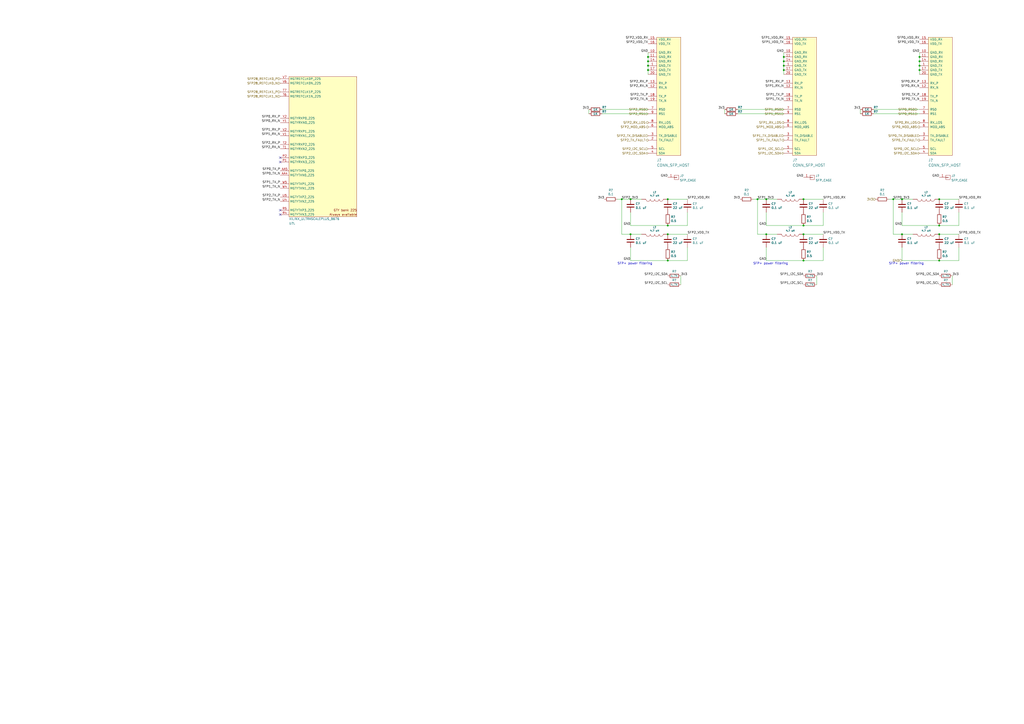
<source format=kicad_sch>
(kicad_sch (version 20211123) (generator eeschema)
  (paper "A2")
  (junction (at 523.24 115.57))
  (junction (at 454.66 35.56))
  (junction (at 466.09 135.89))
  (junction (at 466.09 115.57))
  (junction (at 444.5 135.89))
  (junction (at 375.92 40.64))
  (junction (at 454.66 38.1))
  (junction (at 523.24 135.89))
  (junction (at 454.66 33.02))
  (junction (at 387.35 130.81))
  (junction (at 454.66 40.64))
  (junction (at 466.09 151.13))
  (junction (at 387.35 115.57))
  (junction (at 365.76 115.57))
  (junction (at 544.83 151.13))
  (junction (at 544.83 135.89))
  (junction (at 444.5 115.57))
  (junction (at 533.4 35.56))
  (junction (at 439.42 115.57))
  (junction (at 518.16 115.57))
  (junction (at 533.4 33.02))
  (junction (at 375.92 35.56))
  (junction (at 387.35 135.89))
  (junction (at 387.35 151.13))
  (junction (at 360.68 115.57))
  (junction (at 544.83 115.57))
  (junction (at 375.92 38.1))
  (junction (at 533.4 40.64))
  (junction (at 533.4 38.1))
  (junction (at 544.83 130.81))
  (junction (at 375.92 33.02))
  (junction (at 466.09 130.81))
  (junction (at 365.76 135.89))
  (no_connect (at 162.56 93.98))
  (no_connect (at 162.56 124.46))
  (no_connect (at 162.56 91.44))
  (no_connect (at 162.56 121.92))
  (wire (pts (xy 523.24 151.13) (xy 523.24 143.51)))
  (wire (pts (xy 533.4 35.56) (xy 533.4 38.1)))
  (wire (pts (xy 444.5 151.13) (xy 444.5 143.51)))
  (wire (pts (xy 387.35 135.89) (xy 398.78 135.89)))
  (wire (pts (xy 556.26 123.19) (xy 556.26 130.81)))
  (wire (pts (xy 544.83 130.81) (xy 523.24 130.81)))
  (wire (pts (xy 506.73 63.5) (xy 533.4 63.5)))
  (wire (pts (xy 427.99 66.04) (xy 454.66 66.04)))
  (wire (pts (xy 533.4 33.02) (xy 533.4 35.56)))
  (wire (pts (xy 375.92 40.64) (xy 375.92 43.18)))
  (wire (pts (xy 533.4 38.1) (xy 533.4 40.64)))
  (wire (pts (xy 518.16 115.57) (xy 518.16 135.89)))
  (wire (pts (xy 375.92 38.1) (xy 375.92 40.64)))
  (wire (pts (xy 398.78 130.81) (xy 387.35 130.81)))
  (wire (pts (xy 544.83 115.57) (xy 556.26 115.57)))
  (wire (pts (xy 365.76 151.13) (xy 365.76 143.51)))
  (wire (pts (xy 533.4 40.64) (xy 533.4 43.18)))
  (wire (pts (xy 477.52 123.19) (xy 477.52 130.81)))
  (wire (pts (xy 544.83 135.89) (xy 556.26 135.89)))
  (wire (pts (xy 466.09 151.13) (xy 444.5 151.13)))
  (wire (pts (xy 466.09 130.81) (xy 444.5 130.81)))
  (wire (pts (xy 523.24 115.57) (xy 529.59 115.57)))
  (wire (pts (xy 552.45 160.02) (xy 552.45 165.1)))
  (wire (pts (xy 375.92 33.02) (xy 375.92 35.56)))
  (wire (pts (xy 439.42 115.57) (xy 444.5 115.57)))
  (wire (pts (xy 360.68 115.57) (xy 360.68 135.89)))
  (wire (pts (xy 394.97 160.02) (xy 394.97 165.1)))
  (wire (pts (xy 518.16 115.57) (xy 523.24 115.57)))
  (wire (pts (xy 506.73 66.04) (xy 533.4 66.04)))
  (wire (pts (xy 477.52 130.81) (xy 466.09 130.81)))
  (wire (pts (xy 398.78 123.19) (xy 398.78 130.81)))
  (wire (pts (xy 477.52 151.13) (xy 466.09 151.13)))
  (wire (pts (xy 466.09 115.57) (xy 477.52 115.57)))
  (wire (pts (xy 360.68 135.89) (xy 365.76 135.89)))
  (wire (pts (xy 387.35 115.57) (xy 398.78 115.57)))
  (wire (pts (xy 473.71 160.02) (xy 473.71 165.1)))
  (wire (pts (xy 398.78 151.13) (xy 387.35 151.13)))
  (wire (pts (xy 556.26 143.51) (xy 556.26 151.13)))
  (wire (pts (xy 420.37 63.5) (xy 420.37 66.04)))
  (wire (pts (xy 556.26 151.13) (xy 544.83 151.13)))
  (wire (pts (xy 375.92 35.56) (xy 375.92 38.1)))
  (wire (pts (xy 349.25 66.04) (xy 375.92 66.04)))
  (wire (pts (xy 439.42 135.89) (xy 444.5 135.89)))
  (wire (pts (xy 544.83 151.13) (xy 523.24 151.13)))
  (wire (pts (xy 444.5 115.57) (xy 450.85 115.57)))
  (wire (pts (xy 477.52 143.51) (xy 477.52 151.13)))
  (wire (pts (xy 387.35 130.81) (xy 365.76 130.81)))
  (wire (pts (xy 365.76 135.89) (xy 372.11 135.89)))
  (wire (pts (xy 523.24 135.89) (xy 529.59 135.89)))
  (wire (pts (xy 556.26 130.81) (xy 544.83 130.81)))
  (wire (pts (xy 454.66 38.1) (xy 454.66 40.64)))
  (wire (pts (xy 444.5 135.89) (xy 450.85 135.89)))
  (wire (pts (xy 454.66 40.64) (xy 454.66 43.18)))
  (wire (pts (xy 515.62 115.57) (xy 518.16 115.57)))
  (wire (pts (xy 466.09 135.89) (xy 477.52 135.89)))
  (wire (pts (xy 365.76 115.57) (xy 372.11 115.57)))
  (wire (pts (xy 341.63 63.5) (xy 341.63 66.04)))
  (wire (pts (xy 427.99 63.5) (xy 454.66 63.5)))
  (wire (pts (xy 375.92 30.48) (xy 375.92 33.02)))
  (wire (pts (xy 360.68 115.57) (xy 365.76 115.57)))
  (wire (pts (xy 387.35 151.13) (xy 365.76 151.13)))
  (wire (pts (xy 454.66 33.02) (xy 454.66 35.56)))
  (wire (pts (xy 523.24 130.81) (xy 523.24 123.19)))
  (wire (pts (xy 533.4 30.48) (xy 533.4 33.02)))
  (wire (pts (xy 439.42 115.57) (xy 439.42 135.89)))
  (wire (pts (xy 454.66 35.56) (xy 454.66 38.1)))
  (wire (pts (xy 518.16 135.89) (xy 523.24 135.89)))
  (wire (pts (xy 398.78 143.51) (xy 398.78 151.13)))
  (wire (pts (xy 444.5 130.81) (xy 444.5 123.19)))
  (wire (pts (xy 365.76 130.81) (xy 365.76 123.19)))
  (wire (pts (xy 349.25 63.5) (xy 375.92 63.5)))
  (wire (pts (xy 358.14 115.57) (xy 360.68 115.57)))
  (wire (pts (xy 436.88 115.57) (xy 439.42 115.57)))
  (wire (pts (xy 499.11 63.5) (xy 499.11 66.04)))
  (wire (pts (xy 454.66 30.48) (xy 454.66 33.02)))
  (text "SFP+ power filtering" (at 436.88 153.67 0) (effects (font (size 1.27 1.27)) (justify left bottom)))
  (text "SFP+ power filtering" (at 358.14 153.67 0) (effects (font (size 1.27 1.27)) (justify left bottom)))
  (text "SFP+ power filtering" (at 515.62 153.67 0) (effects (font (size 1.27 1.27)) (justify left bottom)))
  (label "GND" (at 466.09 102.87 180))
  (label "3V3" (at 499.11 63.5 180))
  (label "3V3" (at 420.37 63.5 180))
  (label "SFP0_VDD_RX" (at 556.26 115.57 0))
  (label "SFP0_VDD_RX" (at 533.4 22.86 180))
  (label "SFP0_3V3" (at 518.16 115.57 0))
  (label "SFP2_I2C_SDA" (at 387.35 160.02 180))
  (label "SFP0_TX_P" (at 533.4 55.88 180))
  (label "GND" (at 375.92 30.48 180))
  (label "SFP2_RX_P" (at 162.56 83.82 180))
  (label "SFP0_TX_P" (at 162.56 99.06 180))
  (label "3V3" (at 394.97 160.02 0))
  (label "GND" (at 454.66 30.48 180))
  (label "SFP2_3V3" (at 360.68 115.57 0))
  (label "SFP0_RX_N" (at 162.56 71.12 180))
  (label "SFP1_RX_N" (at 162.56 78.74 180))
  (label "GND" (at 365.76 151.13 180))
  (label "GND" (at 523.24 130.81 180))
  (label "SFP1_VDD_RX" (at 477.52 115.57 0))
  (label "SFP1_RX_N" (at 454.66 50.8 180))
  (label "SFP1_TX_P" (at 454.66 55.88 180))
  (label "SFP2_I2C_SCL" (at 387.35 165.1 180))
  (label "3V3" (at 350.52 115.57 180))
  (label "SFP2_VDD_TX" (at 375.92 25.4 180))
  (label "GND" (at 444.5 151.13 180))
  (label "SFP2_VDD_TX" (at 398.78 135.89 0))
  (label "SFP2_RX_N" (at 162.56 86.36 180))
  (label "SFP1_I2C_SDA" (at 466.09 160.02 180))
  (label "SFP2_VDD_RX" (at 375.92 22.86 180))
  (label "SFP0_I2C_SDA" (at 544.83 160.02 180))
  (label "SFP1_TX_P" (at 162.56 106.68 180))
  (label "SFP2_TX_P" (at 375.92 55.88 180))
  (label "SFP2_RX_N" (at 375.92 50.8 180))
  (label "SFP1_TX_N" (at 454.66 58.42 180))
  (label "GND" (at 533.4 30.48 180))
  (label "GND" (at 444.5 130.81 180))
  (label "GND" (at 387.35 102.87 180))
  (label "SFP0_RX_N" (at 533.4 50.8 180))
  (label "SFP1_I2C_SCL" (at 466.09 165.1 180))
  (label "SFP2_VDD_RX" (at 398.78 115.57 0))
  (label "SFP0_TX_N" (at 162.56 101.6 180))
  (label "SFP1_3V3" (at 439.42 115.57 0))
  (label "SFP0_I2C_SCL" (at 544.83 165.1 180))
  (label "SFP2_TX_N" (at 162.56 116.84 180))
  (label "SFP1_RX_P" (at 162.56 76.2 180))
  (label "SFP0_TX_N" (at 533.4 58.42 180))
  (label "SFP1_VDD_RX" (at 454.66 22.86 180))
  (label "SFP1_VDD_TX" (at 477.52 135.89 0))
  (label "3V3" (at 473.71 160.02 0))
  (label "SFP1_RX_P" (at 454.66 48.26 180))
  (label "3V3" (at 429.26 115.57 180))
  (label "SFP2_RX_P" (at 375.92 48.26 180))
  (label "SFP0_RX_P" (at 533.4 48.26 180))
  (label "SFP2_TX_N" (at 375.92 58.42 180))
  (label "SFP2_TX_P" (at 162.56 114.3 180))
  (label "SFP0_VDD_TX" (at 556.26 135.89 0))
  (label "3V3" (at 341.63 63.5 180))
  (label "SFP0_RX_P" (at 162.56 68.58 180))
  (label "SFP0_VDD_TX" (at 533.4 25.4 180))
  (label "GND" (at 544.83 102.87 180))
  (label "SFP1_VDD_TX" (at 454.66 25.4 180))
  (label "GND" (at 365.76 130.81 180))
  (label "SFP1_TX_N" (at 162.56 109.22 180))
  (label "3V3" (at 552.45 160.02 0))
  (hierarchical_label "SFP1_TX_FAULT" (shape output) (at 454.66 81.28 180))
  (hierarchical_label "SFP2_TX_FAULT" (shape output) (at 375.92 81.28 180))
  (hierarchical_label "SFP0_I2C_SCL" (shape input) (at 533.4 86.36 180))
  (hierarchical_label "SFP0_TX_DISABLE" (shape input) (at 533.4 78.74 180))
  (hierarchical_label "SFP2_I2C_SCL" (shape input) (at 375.92 86.36 180))
  (hierarchical_label "SFP2_MOD_ABS" (shape output) (at 375.92 73.66 180))
  (hierarchical_label "GND" (shape input) (at 523.24 151.13 180))
  (hierarchical_label "3V3" (shape input) (at 508 115.57 180))
  (hierarchical_label "SFP28_REFCLK1_P" (shape input) (at 162.56 53.34 180))
  (hierarchical_label "SFP1_RX_LOS" (shape output) (at 454.66 71.12 180))
  (hierarchical_label "SFP0_RS0" (shape input) (at 532.13 63.5 180))
  (hierarchical_label "SFP2_RS0" (shape input) (at 375.92 63.5 180))
  (hierarchical_label "SFP1_RS1" (shape input) (at 454.66 66.04 180))
  (hierarchical_label "SFP0_MOD_ABS" (shape output) (at 533.4 73.66 180))
  (hierarchical_label "SFP0_TX_FAULT" (shape output) (at 533.4 81.28 180))
  (hierarchical_label "SFP2_I2C_SDA" (shape bidirectional) (at 375.92 88.9 180))
  (hierarchical_label "SFP2_RX_LOS" (shape output) (at 375.92 71.12 180))
  (hierarchical_label "SFP1_I2C_SCL" (shape input) (at 454.66 86.36 180))
  (hierarchical_label "SFP0_I2C_SDA" (shape bidirectional) (at 533.4 88.9 180))
  (hierarchical_label "SFP1_TX_DISABLE" (shape input) (at 454.66 78.74 180))
  (hierarchical_label "SFP28_REFCLK0_N" (shape input) (at 162.56 48.26 180))
  (hierarchical_label "SFP0_RX_LOS" (shape output) (at 533.4 71.12 180))
  (hierarchical_label "SFP2_TX_DISABLE" (shape input) (at 375.92 78.74 180))
  (hierarchical_label "SFP1_MOD_ABS" (shape output) (at 454.66 73.66 180))
  (hierarchical_label "SFP28_REFCLK0_P" (shape input) (at 162.56 45.72 180))
  (hierarchical_label "SFP1_RS0" (shape input) (at 454.66 63.5 180))
  (hierarchical_label "SFP1_I2C_SDA" (shape bidirectional) (at 454.66 88.9 180))
  (hierarchical_label "SFP28_REFCLK1_N" (shape input) (at 162.56 55.88 180))
  (hierarchical_label "SFP0_RS1" (shape input) (at 532.13 66.04 180))
  (hierarchical_label "SFP2_RS1" (shape input) (at 375.92 66.04 180))
  (symbol (lib_id "device:R") (at 345.44 66.04 90) (unit 1)
    (property "Reference" "R?" (at 350.52 64.77 90))
    (property "Value" "1K" (at 345.44 66.04 90))
    (property "Footprint" "azonenberg_pcb:EIA_0402_RES_NOSILK" (effects hide))
  )
  (symbol (lib_id "device:R") (at 469.9 160.02 90) (unit 1)
    (property "Reference" "R?" (at 469.9 157.48 90))
    (property "Value" "4.7K" (at 469.9 160.02 90))
    (property "Footprint" "azonenberg_pcb:EIA_0402_RES_NOSILK" (effects hide))
  )
  (symbol (lib_id "special-azonenberg:CONN_SFP_HOST") (at 381 90.17 0) (unit 1)
    (property "Reference" "J?" (at 381 92.8916 0) (effects (font (size 1.524 1.524)) (justify left)))
    (property "Value" "CONN_SFP_HOST" (at 381 95.885 0) (effects (font (size 1.524 1.524)) (justify left)))
    (property "Footprint" "azonenberg_pcb:CONN_SFP+_AMPHENOL_UE76_A10_2000T" (effects hide))
  )
  (symbol (lib_id "device:R") (at 466.09 127 180) (unit 1)
    (property "Reference" "R?" (at 467.868 125.8316 0) (effects (justify right)))
    (property "Value" "0.5" (at 467.868 128.143 0) (effects (justify right)))
    (property "Footprint" "azonenberg_pcb:EIA_0402_RES_NOSILK" (effects hide))
  )
  (symbol (lib_id "xilinx-azonenberg:XILINX_ULTRASCALEPLUS_B676") (at 167.64 125.73 0) (unit 12)
    (property "Reference" "U?" (at 167.64 129.54 0) (effects (justify left)))
    (property "Value" "XILINX_ULTRASCALEPLUS_B676" (at 167.64 127 0) (effects (justify left)))
  )
  (symbol (lib_id "passive-azonenberg:INDUCTOR_PWROUT") (at 379.73 115.57 270) (unit 1)
    (property "Reference" "L?" (at 379.73 111.5568 90) (effects (font (size 1.016 1.016))))
    (property "Value" "4.7 uH" (at 379.73 113.4872 90) (effects (font (size 1.016 1.016))))
    (property "Footprint" "azonenberg_pcb:EIA_0805_INDUCTOR_NOSILK" (effects hide))
  )
  (symbol (lib_id "device:C") (at 444.5 139.7 0) (unit 1)
    (property "Reference" "C?" (at 447.421 138.5316 0) (effects (justify left)))
    (property "Value" "0.1 uF" (at 447.421 140.843 0) (effects (justify left)))
    (property "Footprint" "azonenberg_pcb:EIA_0402_CAP_NOSILK" (effects hide))
  )
  (symbol (lib_id "device:C") (at 556.26 119.38 0) (unit 1)
    (property "Reference" "C?" (at 559.181 118.2116 0) (effects (justify left)))
    (property "Value" "0.1 uF" (at 559.181 120.523 0) (effects (justify left)))
    (property "Footprint" "azonenberg_pcb:EIA_0402_CAP_NOSILK" (effects hide))
  )
  (symbol (lib_id "conn:CONN_01X01") (at 549.91 102.87 0) (unit 1)
    (property "Reference" "J?" (at 551.815 102.0353 0) (effects (justify left)))
    (property "Value" "SFP_CAGE" (at 551.815 104.5722 0) (effects (justify left)))
    (property "Footprint" "azonenberg_pcb:CONN_SFP_CAGE_TE_2007194-1" (effects hide))
  )
  (symbol (lib_id "device:R") (at 387.35 147.32 180) (unit 1)
    (property "Reference" "R?" (at 389.128 146.1516 0) (effects (justify right)))
    (property "Value" "0.5" (at 389.128 148.463 0) (effects (justify right)))
    (property "Footprint" "azonenberg_pcb:EIA_0402_RES_NOSILK" (effects hide))
  )
  (symbol (lib_id "conn:CONN_01X01") (at 392.43 102.87 0) (unit 1)
    (property "Reference" "J?" (at 394.335 102.0353 0) (effects (justify left)))
    (property "Value" "SFP_CAGE" (at 394.335 104.5722 0) (effects (justify left)))
    (property "Footprint" "azonenberg_pcb:CONN_SFP_CAGE_TE_2007194-1" (effects hide))
  )
  (symbol (lib_id "device:R") (at 469.9 165.1 90) (unit 1)
    (property "Reference" "R?" (at 469.9 162.56 90))
    (property "Value" "4.7K" (at 469.9 165.1 90))
    (property "Footprint" "azonenberg_pcb:EIA_0402_RES_NOSILK" (effects hide))
  )
  (symbol (lib_id "passive-azonenberg:INDUCTOR_PWROUT") (at 537.21 115.57 270) (unit 1)
    (property "Reference" "L?" (at 537.21 111.5568 90) (effects (font (size 1.016 1.016))))
    (property "Value" "4.7 uH" (at 537.21 113.4872 90) (effects (font (size 1.016 1.016))))
    (property "Footprint" "azonenberg_pcb:EIA_0805_INDUCTOR_NOSILK" (effects hide))
  )
  (symbol (lib_id "device:C") (at 398.78 119.38 0) (unit 1)
    (property "Reference" "C?" (at 401.701 118.2116 0) (effects (justify left)))
    (property "Value" "0.1 uF" (at 401.701 120.523 0) (effects (justify left)))
    (property "Footprint" "azonenberg_pcb:EIA_0402_CAP_NOSILK" (effects hide))
  )
  (symbol (lib_id "device:C") (at 398.78 139.7 0) (unit 1)
    (property "Reference" "C?" (at 401.701 138.5316 0) (effects (justify left)))
    (property "Value" "0.1 uF" (at 401.701 140.843 0) (effects (justify left)))
    (property "Footprint" "azonenberg_pcb:EIA_0402_CAP_NOSILK" (effects hide))
  )
  (symbol (lib_id "special-azonenberg:CONN_SFP_HOST") (at 459.74 90.17 0) (unit 1)
    (property "Reference" "J?" (at 459.74 92.8916 0) (effects (font (size 1.524 1.524)) (justify left)))
    (property "Value" "CONN_SFP_HOST" (at 459.74 95.885 0) (effects (font (size 1.524 1.524)) (justify left)))
    (property "Footprint" "azonenberg_pcb:CONN_SFP+_AMPHENOL_UE76_A10_2000T" (effects hide))
  )
  (symbol (lib_id "device:C") (at 444.5 119.38 0) (unit 1)
    (property "Reference" "C?" (at 447.421 118.2116 0) (effects (justify left)))
    (property "Value" "0.1 uF" (at 447.421 120.523 0) (effects (justify left)))
    (property "Footprint" "azonenberg_pcb:EIA_0402_CAP_NOSILK" (effects hide))
  )
  (symbol (lib_id "device:C") (at 544.83 139.7 0) (unit 1)
    (property "Reference" "C?" (at 547.751 138.5316 0) (effects (justify left)))
    (property "Value" "22 uF" (at 547.751 140.843 0) (effects (justify left)))
    (property "Footprint" "azonenberg_pcb:EIA_0805_CAP_NOSILK" (effects hide))
  )
  (symbol (lib_id "passive-azonenberg:INDUCTOR_PWROUT") (at 458.47 135.89 270) (unit 1)
    (property "Reference" "L?" (at 458.47 131.8768 90) (effects (font (size 1.016 1.016))))
    (property "Value" "4.7 uH" (at 458.47 133.8072 90) (effects (font (size 1.016 1.016))))
    (property "Footprint" "azonenberg_pcb:EIA_0805_INDUCTOR_NOSILK" (effects hide))
  )
  (symbol (lib_id "device:R") (at 511.81 115.57 270) (unit 1)
    (property "Reference" "R?" (at 511.81 110.3122 90))
    (property "Value" "0.1" (at 511.81 112.6236 90))
    (property "Footprint" "azonenberg_pcb:EIA_0402_RES_NOSILK" (effects hide))
  )
  (symbol (lib_id "device:R") (at 387.35 127 180) (unit 1)
    (property "Reference" "R?" (at 389.128 125.8316 0) (effects (justify right)))
    (property "Value" "0.5" (at 389.128 128.143 0) (effects (justify right)))
    (property "Footprint" "azonenberg_pcb:EIA_0402_RES_NOSILK" (effects hide))
  )
  (symbol (lib_id "device:C") (at 523.24 139.7 0) (unit 1)
    (property "Reference" "C?" (at 526.161 138.5316 0) (effects (justify left)))
    (property "Value" "0.1 uF" (at 526.161 140.843 0) (effects (justify left)))
    (property "Footprint" "azonenberg_pcb:EIA_0402_CAP_NOSILK" (effects hide))
  )
  (symbol (lib_id "device:R") (at 548.64 165.1 90) (unit 1)
    (property "Reference" "R?" (at 548.64 162.56 90))
    (property "Value" "4.7K" (at 548.64 165.1 90))
    (property "Footprint" "azonenberg_pcb:EIA_0402_RES_NOSILK" (effects hide))
  )
  (symbol (lib_id "device:R") (at 424.18 63.5 90) (unit 1)
    (property "Reference" "R?" (at 429.26 62.23 90))
    (property "Value" "1K" (at 424.18 63.5 90))
    (property "Footprint" "azonenberg_pcb:EIA_0402_RES_NOSILK" (effects hide))
  )
  (symbol (lib_id "device:C") (at 523.24 119.38 0) (unit 1)
    (property "Reference" "C?" (at 526.161 118.2116 0) (effects (justify left)))
    (property "Value" "0.1 uF" (at 526.161 120.523 0) (effects (justify left)))
    (property "Footprint" "azonenberg_pcb:EIA_0402_CAP_NOSILK" (effects hide))
  )
  (symbol (lib_id "device:C") (at 466.09 139.7 0) (unit 1)
    (property "Reference" "C?" (at 469.011 138.5316 0) (effects (justify left)))
    (property "Value" "22 uF" (at 469.011 140.843 0) (effects (justify left)))
    (property "Footprint" "azonenberg_pcb:EIA_0805_CAP_NOSILK" (effects hide))
  )
  (symbol (lib_id "device:R") (at 433.07 115.57 270) (unit 1)
    (property "Reference" "R?" (at 433.07 110.3122 90))
    (property "Value" "0.1" (at 433.07 112.6236 90))
    (property "Footprint" "azonenberg_pcb:EIA_0402_RES_NOSILK" (effects hide))
  )
  (symbol (lib_id "device:R") (at 544.83 147.32 180) (unit 1)
    (property "Reference" "R?" (at 546.608 146.1516 0) (effects (justify right)))
    (property "Value" "0.5" (at 546.608 148.463 0) (effects (justify right)))
    (property "Footprint" "azonenberg_pcb:EIA_0402_RES_NOSILK" (effects hide))
  )
  (symbol (lib_id "special-azonenberg:CONN_SFP_HOST") (at 538.48 90.17 0) (unit 1)
    (property "Reference" "J?" (at 538.48 92.8916 0) (effects (font (size 1.524 1.524)) (justify left)))
    (property "Value" "CONN_SFP_HOST" (at 538.48 95.885 0) (effects (font (size 1.524 1.524)) (justify left)))
    (property "Footprint" "azonenberg_pcb:CONN_SFP+_AMPHENOL_UE76_A10_2000T" (effects hide))
  )
  (symbol (lib_id "device:C") (at 556.26 139.7 0) (unit 1)
    (property "Reference" "C?" (at 559.181 138.5316 0) (effects (justify left)))
    (property "Value" "0.1 uF" (at 559.181 140.843 0) (effects (justify left)))
    (property "Footprint" "azonenberg_pcb:EIA_0402_CAP_NOSILK" (effects hide))
  )
  (symbol (lib_id "device:C") (at 466.09 119.38 0) (unit 1)
    (property "Reference" "C?" (at 469.011 118.2116 0) (effects (justify left)))
    (property "Value" "22 uF" (at 469.011 120.523 0) (effects (justify left)))
    (property "Footprint" "azonenberg_pcb:EIA_0805_CAP_NOSILK" (effects hide))
  )
  (symbol (lib_id "passive-azonenberg:INDUCTOR_PWROUT") (at 537.21 135.89 270) (unit 1)
    (property "Reference" "L?" (at 537.21 131.8768 90) (effects (font (size 1.016 1.016))))
    (property "Value" "4.7 uH" (at 537.21 133.8072 90) (effects (font (size 1.016 1.016))))
    (property "Footprint" "azonenberg_pcb:EIA_0805_INDUCTOR_NOSILK" (effects hide))
  )
  (symbol (lib_id "device:C") (at 477.52 139.7 0) (unit 1)
    (property "Reference" "C?" (at 480.441 138.5316 0) (effects (justify left)))
    (property "Value" "0.1 uF" (at 480.441 140.843 0) (effects (justify left)))
    (property "Footprint" "azonenberg_pcb:EIA_0402_CAP_NOSILK" (effects hide))
  )
  (symbol (lib_id "device:R") (at 466.09 147.32 180) (unit 1)
    (property "Reference" "R?" (at 467.868 146.1516 0) (effects (justify right)))
    (property "Value" "0.5" (at 467.868 148.463 0) (effects (justify right)))
    (property "Footprint" "azonenberg_pcb:EIA_0402_RES_NOSILK" (effects hide))
  )
  (symbol (lib_id "device:R") (at 548.64 160.02 90) (unit 1)
    (property "Reference" "R?" (at 548.64 157.48 90))
    (property "Value" "4.7K" (at 548.64 160.02 90))
    (property "Footprint" "azonenberg_pcb:EIA_0402_RES_NOSILK" (effects hide))
  )
  (symbol (lib_id "device:R") (at 391.16 160.02 90) (unit 1)
    (property "Reference" "R?" (at 391.16 157.48 90))
    (property "Value" "4.7K" (at 391.16 160.02 90))
    (property "Footprint" "azonenberg_pcb:EIA_0402_RES_NOSILK" (effects hide))
  )
  (symbol (lib_id "device:C") (at 544.83 119.38 0) (unit 1)
    (property "Reference" "C?" (at 547.751 118.2116 0) (effects (justify left)))
    (property "Value" "22 uF" (at 547.751 120.523 0) (effects (justify left)))
    (property "Footprint" "azonenberg_pcb:EIA_0805_CAP_NOSILK" (effects hide))
  )
  (symbol (lib_id "device:R") (at 354.33 115.57 270) (unit 1)
    (property "Reference" "R?" (at 354.33 110.3122 90))
    (property "Value" "0.1" (at 354.33 112.6236 90))
    (property "Footprint" "azonenberg_pcb:EIA_0402_RES_NOSILK" (effects hide))
  )
  (symbol (lib_id "device:R") (at 502.92 63.5 90) (unit 1)
    (property "Reference" "R?" (at 508 62.23 90))
    (property "Value" "1K" (at 502.92 63.5 90))
    (property "Footprint" "azonenberg_pcb:EIA_0402_RES_NOSILK" (effects hide))
  )
  (symbol (lib_id "device:R") (at 502.92 66.04 90) (unit 1)
    (property "Reference" "R?" (at 508 64.77 90))
    (property "Value" "1K" (at 502.92 66.04 90))
    (property "Footprint" "azonenberg_pcb:EIA_0402_RES_NOSILK" (effects hide))
  )
  (symbol (lib_id "device:R") (at 424.18 66.04 90) (unit 1)
    (property "Reference" "R?" (at 429.26 64.77 90))
    (property "Value" "1K" (at 424.18 66.04 90))
    (property "Footprint" "azonenberg_pcb:EIA_0402_RES_NOSILK" (effects hide))
  )
  (symbol (lib_id "conn:CONN_01X01") (at 471.17 102.87 0) (unit 1)
    (property "Reference" "J?" (at 473.075 102.0353 0) (effects (justify left)))
    (property "Value" "SFP_CAGE" (at 473.075 104.5722 0) (effects (justify left)))
    (property "Footprint" "azonenberg_pcb:CONN_SFP_CAGE_TE_2007194-1" (effects hide))
  )
  (symbol (lib_id "device:C") (at 387.35 139.7 0) (unit 1)
    (property "Reference" "C?" (at 390.271 138.5316 0) (effects (justify left)))
    (property "Value" "22 uF" (at 390.271 140.843 0) (effects (justify left)))
    (property "Footprint" "azonenberg_pcb:EIA_0805_CAP_NOSILK" (effects hide))
  )
  (symbol (lib_id "passive-azonenberg:INDUCTOR_PWROUT") (at 458.47 115.57 270) (unit 1)
    (property "Reference" "L?" (at 458.47 111.5568 90) (effects (font (size 1.016 1.016))))
    (property "Value" "4.7 uH" (at 458.47 113.4872 90) (effects (font (size 1.016 1.016))))
    (property "Footprint" "azonenberg_pcb:EIA_0805_INDUCTOR_NOSILK" (effects hide))
  )
  (symbol (lib_id "device:R") (at 544.83 127 180) (unit 1)
    (property "Reference" "R?" (at 546.608 125.8316 0) (effects (justify right)))
    (property "Value" "0.5" (at 546.608 128.143 0) (effects (justify right)))
    (property "Footprint" "azonenberg_pcb:EIA_0402_RES_NOSILK" (effects hide))
  )
  (symbol (lib_id "passive-azonenberg:INDUCTOR_PWROUT") (at 379.73 135.89 270) (unit 1)
    (property "Reference" "L?" (at 379.73 131.8768 90) (effects (font (size 1.016 1.016))))
    (property "Value" "4.7 uH" (at 379.73 133.8072 90) (effects (font (size 1.016 1.016))))
    (property "Footprint" "azonenberg_pcb:EIA_0805_INDUCTOR_NOSILK" (effects hide))
  )
  (symbol (lib_id "device:C") (at 365.76 139.7 0) (unit 1)
    (property "Reference" "C?" (at 368.681 138.5316 0) (effects (justify left)))
    (property "Value" "0.1 uF" (at 368.681 140.843 0) (effects (justify left)))
    (property "Footprint" "azonenberg_pcb:EIA_0402_CAP_NOSILK" (effects hide))
  )
  (symbol (lib_id "device:C") (at 387.35 119.38 0) (unit 1)
    (property "Reference" "C?" (at 390.271 118.2116 0) (effects (justify left)))
    (property "Value" "22 uF" (at 390.271 120.523 0) (effects (justify left)))
    (property "Footprint" "azonenberg_pcb:EIA_0805_CAP_NOSILK" (effects hide))
  )
  (symbol (lib_id "device:C") (at 477.52 119.38 0) (unit 1)
    (property "Reference" "C?" (at 480.441 118.2116 0) (effects (justify left)))
    (property "Value" "0.1 uF" (at 480.441 120.523 0) (effects (justify left)))
    (property "Footprint" "azonenberg_pcb:EIA_0402_CAP_NOSILK" (effects hide))
  )
  (symbol (lib_id "device:R") (at 391.16 165.1 90) (unit 1)
    (property "Reference" "R?" (at 391.16 162.56 90))
    (property "Value" "4.7K" (at 391.16 165.1 90))
    (property "Footprint" "azonenberg_pcb:EIA_0402_RES_NOSILK" (effects hide))
  )
  (symbol (lib_id "device:C") (at 365.76 119.38 0) (unit 1)
    (property "Reference" "C?" (at 368.681 118.2116 0) (effects (justify left)))
    (property "Value" "0.1 uF" (at 368.681 120.523 0) (effects (justify left)))
    (property "Footprint" "azonenberg_pcb:EIA_0402_CAP_NOSILK" (effects hide))
  )
  (symbol (lib_id "device:R") (at 345.44 63.5 90) (unit 1)
    (property "Reference" "R?" (at 350.52 62.23 90))
    (property "Value" "1K" (at 345.44 63.5 90))
    (property "Footprint" "azonenberg_pcb:EIA_0402_RES_NOSILK" (effects hide))
  )
)
</source>
